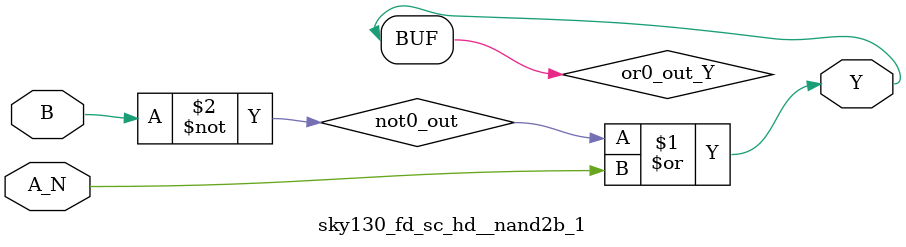
<source format=v>
/*
 * Copyright 2020 The SkyWater PDK Authors
 *
 * Licensed under the Apache License, Version 2.0 (the "License");
 * you may not use this file except in compliance with the License.
 * You may obtain a copy of the License at
 *
 *     https://www.apache.org/licenses/LICENSE-2.0
 *
 * Unless required by applicable law or agreed to in writing, software
 * distributed under the License is distributed on an "AS IS" BASIS,
 * WITHOUT WARRANTIES OR CONDITIONS OF ANY KIND, either express or implied.
 * See the License for the specific language governing permissions and
 * limitations under the License.
 *
 * SPDX-License-Identifier: Apache-2.0
*/


`ifndef SKY130_FD_SC_HD__NAND2B_1_FUNCTIONAL_V
`define SKY130_FD_SC_HD__NAND2B_1_FUNCTIONAL_V

/**
 * nand2b: 2-input NAND, first input inverted.
 *
 * Verilog simulation functional model.
 */

`timescale 1ns / 1ps
`default_nettype none

`celldefine
module sky130_fd_sc_hd__nand2b_1 (
    Y  ,
    A_N,
    B
);

    // Module ports
    output Y  ;
    input  A_N;
    input  B  ;

    // Local signals
    wire not0_out ;
    wire or0_out_Y;

    //  Name  Output     Other arguments
    not not0 (not0_out , B              );
    or  or0  (or0_out_Y, not0_out, A_N  );
    buf buf0 (Y        , or0_out_Y      );

endmodule
`endcelldefine

`default_nettype wire
`endif  // SKY130_FD_SC_HD__NAND2B_1_FUNCTIONAL_V

</source>
